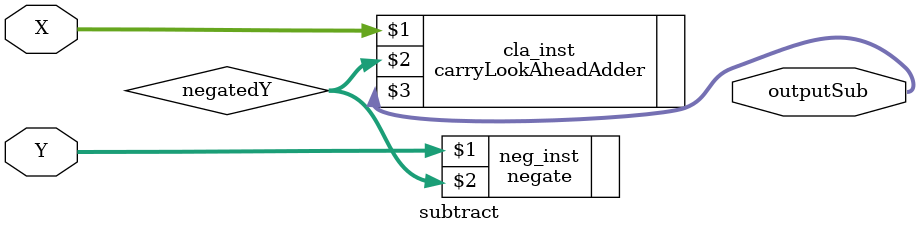
<source format=v>

module subtract #(parameter BITS=32)(
	input [BITS-1:0] X,
	input [BITS-1:0] Y,
	output [BITS:0] outputSub
);

	wire [BITS:0] negatedY;
	
	negate neg_inst(Y, negatedY);
	
	carryLookAheadAdder cla_inst(X, negatedY, outputSub);
	
endmodule

</source>
